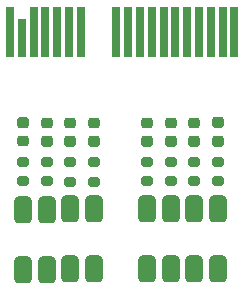
<source format=gbr>
%TF.GenerationSoftware,KiCad,Pcbnew,6.99.0-unknown-e9f8454a67~154~ubuntu22.04.1*%
%TF.CreationDate,2022-11-04T13:42:14+03:00*%
%TF.ProjectId,siglent-la,7369676c-656e-4742-9d6c-612e6b696361,rev?*%
%TF.SameCoordinates,Original*%
%TF.FileFunction,Soldermask,Top*%
%TF.FilePolarity,Negative*%
%FSLAX46Y46*%
G04 Gerber Fmt 4.6, Leading zero omitted, Abs format (unit mm)*
G04 Created by KiCad (PCBNEW 6.99.0-unknown-e9f8454a67~154~ubuntu22.04.1) date 2022-11-04 13:42:14*
%MOMM*%
%LPD*%
G01*
G04 APERTURE LIST*
G04 Aperture macros list*
%AMRoundRect*
0 Rectangle with rounded corners*
0 $1 Rounding radius*
0 $2 $3 $4 $5 $6 $7 $8 $9 X,Y pos of 4 corners*
0 Add a 4 corners polygon primitive as box body*
4,1,4,$2,$3,$4,$5,$6,$7,$8,$9,$2,$3,0*
0 Add four circle primitives for the rounded corners*
1,1,$1+$1,$2,$3*
1,1,$1+$1,$4,$5*
1,1,$1+$1,$6,$7*
1,1,$1+$1,$8,$9*
0 Add four rect primitives between the rounded corners*
20,1,$1+$1,$2,$3,$4,$5,0*
20,1,$1+$1,$4,$5,$6,$7,0*
20,1,$1+$1,$6,$7,$8,$9,0*
20,1,$1+$1,$8,$9,$2,$3,0*%
G04 Aperture macros list end*
%ADD10RoundRect,0.381000X-0.381000X0.762000X-0.381000X-0.762000X0.381000X-0.762000X0.381000X0.762000X0*%
%ADD11RoundRect,0.200000X0.275000X-0.200000X0.275000X0.200000X-0.275000X0.200000X-0.275000X-0.200000X0*%
%ADD12R,0.700000X4.300000*%
%ADD13R,0.700000X3.200000*%
%ADD14RoundRect,0.225000X0.250000X-0.225000X0.250000X0.225000X-0.250000X0.225000X-0.250000X-0.225000X0*%
G04 APERTURE END LIST*
D10*
%TO.C,U16*%
X119000000Y-82000000D03*
X119000000Y-87080000D03*
%TD*%
%TO.C,U15*%
X117000000Y-82000000D03*
X117000000Y-87080000D03*
%TD*%
%TO.C,U14*%
X115000000Y-82000000D03*
X115000000Y-87080000D03*
%TD*%
%TO.C,U13*%
X113000000Y-82000000D03*
X113000000Y-87080000D03*
%TD*%
%TO.C,U12*%
X108500000Y-87080000D03*
X108500000Y-82000000D03*
%TD*%
%TO.C,U11*%
X106500000Y-87080000D03*
X106500000Y-82000000D03*
%TD*%
%TO.C,U10*%
X104500000Y-87120000D03*
X104500000Y-82040000D03*
%TD*%
%TO.C,U9*%
X102500000Y-87120000D03*
X102500000Y-82040000D03*
%TD*%
D11*
%TO.C,R32*%
X119000000Y-74675000D03*
X119000000Y-76325000D03*
%TD*%
%TO.C,R31*%
X119000000Y-79650000D03*
X119000000Y-78000000D03*
%TD*%
%TO.C,R30*%
X117000000Y-76325000D03*
X117000000Y-74675000D03*
%TD*%
%TO.C,R29*%
X117000000Y-79650000D03*
X117000000Y-78000000D03*
%TD*%
%TO.C,R28*%
X115000000Y-76325000D03*
X115000000Y-74675000D03*
%TD*%
%TO.C,R27*%
X115000000Y-79650000D03*
X115000000Y-78000000D03*
%TD*%
%TO.C,R26*%
X113000000Y-74675000D03*
X113000000Y-76325000D03*
%TD*%
%TO.C,R25*%
X113000000Y-79650000D03*
X113000000Y-78000000D03*
%TD*%
%TO.C,R24*%
X108500000Y-74675000D03*
X108500000Y-76325000D03*
%TD*%
%TO.C,R23*%
X108500000Y-78040000D03*
X108500000Y-79690000D03*
%TD*%
%TO.C,R22*%
X106500000Y-74675000D03*
X106500000Y-76325000D03*
%TD*%
%TO.C,R21*%
X106500000Y-78040000D03*
X106500000Y-79690000D03*
%TD*%
%TO.C,R20*%
X104500000Y-74675000D03*
X104500000Y-76325000D03*
%TD*%
%TO.C,R19*%
X104500000Y-78000000D03*
X104500000Y-79650000D03*
%TD*%
%TO.C,R18*%
X102500000Y-74625000D03*
X102500000Y-76275000D03*
%TD*%
%TO.C,R17*%
X102500000Y-78000000D03*
X102500000Y-79650000D03*
%TD*%
D12*
%TO.C,J1*%
X101399999Y-66999999D03*
D13*
X102399999Y-67549999D03*
D12*
X103399999Y-66999999D03*
X104399999Y-66999999D03*
X105399999Y-66999999D03*
X106399999Y-66999999D03*
X107399999Y-66999999D03*
X110399999Y-66999999D03*
X111399999Y-66999999D03*
X112399999Y-66999999D03*
X113399999Y-66999999D03*
X114399999Y-66999999D03*
X115399999Y-66999999D03*
X116399999Y-66999999D03*
X117399999Y-66999999D03*
X118399999Y-66999999D03*
X119399999Y-66999999D03*
X120399999Y-66999999D03*
%TD*%
D14*
%TO.C,C16*%
X119000000Y-74650000D03*
X119000000Y-76200000D03*
%TD*%
%TO.C,C15*%
X117000000Y-76275000D03*
X117000000Y-74725000D03*
%TD*%
%TO.C,C14*%
X115000000Y-74675000D03*
X115000000Y-76225000D03*
%TD*%
%TO.C,C13*%
X113000000Y-74725000D03*
X113000000Y-76275000D03*
%TD*%
%TO.C,C12*%
X108500000Y-74725000D03*
X108500000Y-76275000D03*
%TD*%
%TO.C,C11*%
X106500000Y-74725000D03*
X106500000Y-76275000D03*
%TD*%
%TO.C,C10*%
X104500000Y-74725000D03*
X104500000Y-76275000D03*
%TD*%
%TO.C,C9*%
X102500000Y-74725000D03*
X102500000Y-76275000D03*
%TD*%
M02*

</source>
